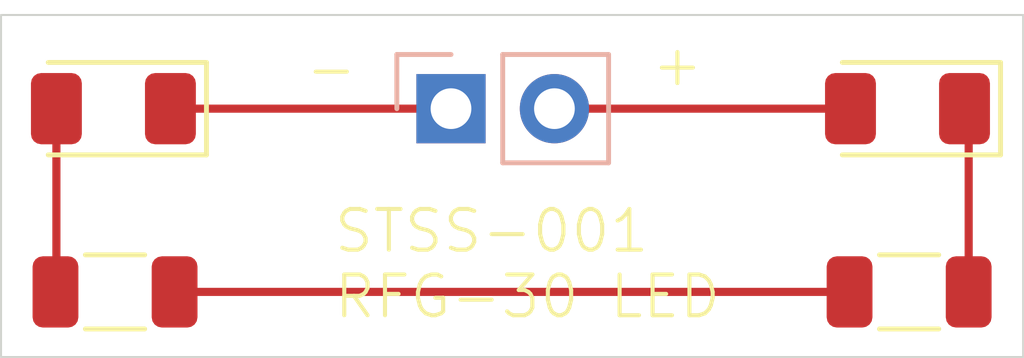
<source format=kicad_pcb>
(kicad_pcb (version 20240108) (generator "pcbnew") (generator_version "8.0")
  (layers (0 "F.Cu" signal) (31 "B.Cu" signal) (34 "B.Paste" user) (35 "F.Paste" user) (36 "B.SilkS" user "B.Silkscreen") (37 "F.SilkS" user "F.Silkscreen") (38 "B.Mask" user) (39 "F.Mask" user) (44 "Edge.Cuts" user))
  (net 0 "")
  (net 1 "Net-(D1-A)")
  (net 2 "Net-(D1-K)")
  (net 3 "Net-(D2-K)")
  (net 4 "Net-(D2-A)")
  (net 5 "Net-(R1-Pad2)")
  (footprint "Resistor_SMD:R_1206_3216Metric" (layer "F.Cu") (at 151 79.5 180)
    (property "Reference" "R1" (hide yes))
    (property "Value" "R")
    (fp_line (start -0.727064 0.91) (end 0.727064 0.91) (stroke (width 0.12)) (layer "F.SilkS"))
    (fp_line (start -0.727064 -0.91) (end 0.727064 -0.91) (stroke (width 0.12)) (layer "F.SilkS"))
    (pad "1" smd roundrect (at -1.4625 0 180) (size 1.125 1.75) (layers "F.Cu" "F.Paste" "F.Mask") (roundrect_rratio 0.222222) (net 2 "Net-(D1-K)"))
    (pad "2" smd roundrect (at 1.4625 0 180) (size 1.125 1.75) (layers "F.Cu" "F.Paste" "F.Mask") (roundrect_rratio 0.222222) (net 5 "Net-(R1-Pad2)"))
  )
  (footprint "LED_SMD:LED_1206_3216Metric" (layer "F.Cu") (at 131.46 75 180)
    (property "Reference" "D2" (hide yes))
    (property "Value" "LED")
    (fp_line (start 1.6 -1.135) (end -2.285 -1.135) (stroke (width 0.12)) (layer "F.SilkS"))
    (fp_line (start -2.285 1.135) (end 1.6 1.135) (stroke (width 0.12)) (layer "F.SilkS"))
    (fp_line (start -2.285 -1.135) (end -2.285 1.135) (stroke (width 0.12)) (layer "F.SilkS"))
    (pad "1" smd roundrect (at -1.4 0 180) (size 1.25 1.75) (layers "F.Cu" "F.Paste" "F.Mask") (roundrect_rratio 0.2) (net 3 "Net-(D2-K)"))
    (pad "2" smd roundrect (at 1.4 0 180) (size 1.25 1.75) (layers "F.Cu" "F.Paste" "F.Mask") (roundrect_rratio 0.2) (net 4 "Net-(D2-A)"))
  )
  (footprint "Resistor_SMD:R_1206_3216Metric" (layer "F.Cu") (at 131.5 79.5 180)
    (property "Reference" "R2" (hide yes))
    (property "Value" "R")
    (fp_line (start -0.727064 0.91) (end 0.727064 0.91) (stroke (width 0.12)) (layer "F.SilkS"))
    (fp_line (start -0.727064 -0.91) (end 0.727064 -0.91) (stroke (width 0.12)) (layer "F.SilkS"))
    (pad "1" smd roundrect (at -1.4625 0 180) (size 1.125 1.75) (layers "F.Cu" "F.Paste" "F.Mask") (roundrect_rratio 0.222222) (net 5 "Net-(R1-Pad2)"))
    (pad "2" smd roundrect (at 1.4625 0 180) (size 1.125 1.75) (layers "F.Cu" "F.Paste" "F.Mask") (roundrect_rratio 0.222222) (net 4 "Net-(D2-A)"))
  )
  (footprint "LED_SMD:LED_1206_3216Metric" (layer "F.Cu") (at 150.96 75 180)
    (property "Reference" "D1" (hide yes))
    (property "Value" "LED")
    (fp_line (start 1.6 -1.135) (end -2.285 -1.135) (stroke (width 0.12)) (layer "F.SilkS"))
    (fp_line (start -2.285 1.135) (end 1.6 1.135) (stroke (width 0.12)) (layer "F.SilkS"))
    (fp_line (start -2.285 -1.135) (end -2.285 1.135) (stroke (width 0.12)) (layer "F.SilkS"))
    (pad "1" smd roundrect (at -1.4 0 180) (size 1.25 1.75) (layers "F.Cu" "F.Paste" "F.Mask") (roundrect_rratio 0.2) (net 2 "Net-(D1-K)"))
    (pad "2" smd roundrect (at 1.4 0 180) (size 1.25 1.75) (layers "F.Cu" "F.Paste" "F.Mask") (roundrect_rratio 0.2) (net 1 "Net-(D1-A)"))
  )
  (footprint "Connector_PinHeader_2.54mm:PinHeader_1x02_P2.54mm_Vertical" (layer "B.Cu") (at 139.75 75 -90)
    (property "Reference" "J1" (hide yes))
    (property "Value" "Conn_01x02_Pin")
    (fp_line (start -1.33 1.33) (end -1.33 0) (stroke (width 0.12)) (layer "B.SilkS"))
    (fp_line (start 0 1.33) (end -1.33 1.33) (stroke (width 0.12)) (layer "B.SilkS"))
    (fp_line (start 1.33 -1.27) (end -1.33 -1.27) (stroke (width 0.12)) (layer "B.SilkS"))
    (fp_line (start -1.33 -3.87) (end -1.33 -1.27) (stroke (width 0.12)) (layer "B.SilkS"))
    (fp_line (start 1.33 -3.87) (end 1.33 -1.27) (stroke (width 0.12)) (layer "B.SilkS"))
    (fp_line (start 1.33 -3.87) (end -1.33 -3.87) (stroke (width 0.12)) (layer "B.SilkS"))
    (pad "1" thru_hole rect (at 0 0 270) (size 1.7 1.7) (drill 1) (layers "*.Cu" "*.Mask") (net 3 "Net-(D2-K)"))
    (pad "2" thru_hole oval (at 0 -2.54 270) (size 1.7 1.7) (drill 1) (layers "*.Cu" "*.Mask") (net 1 "Net-(D1-A)"))
  )
  (gr_rect (start 128.7 72.7) (end 153.8 81.1) (stroke (width 0.05)) (fill none) (layer "Edge.Cuts"))
  (gr_text "STSS-001\nRFG-30 LED" (at 136.825 80.2 0) (layer "F.SilkS") (effects (font (size 1 1) (thickness 0.1)) (justify left bottom)))
  (gr_text "+" (at 144.625 74.5 0) (layer "F.SilkS") (effects (font (size 1 1) (thickness 0.1)) (justify left bottom)))
  (gr_text "-\n" (at 136.125 74.6 0) (layer "F.SilkS") (effects (font (size 1 1) (thickness 0.1)) (justify left bottom)))
  (segment (start 142.265 75) (end 149.56 75) (width 0.2) (layer "F.Cu") (net 1))
  (segment (start 152.4625 75.1025) (end 152.36 75) (width 0.2) (layer "F.Cu") (net 2))
  (segment (start 152.4625 79.5) (end 152.4625 75.1025) (width 0.2) (layer "F.Cu") (net 2))
  (segment (start 132.86 75) (end 139.725 75) (width 0.2) (layer "F.Cu") (net 3))
  (segment (start 130.06 79.4775) (end 130.0375 79.5) (width 0.2) (layer "F.Cu") (net 4))
  (segment (start 130.06 75) (end 130.06 79.4775) (width 0.2) (layer "F.Cu") (net 4))
  (segment (start 132.9625 79.5) (end 149.5375 79.5) (width 0.2) (layer "F.Cu") (net 5))
)
</source>
